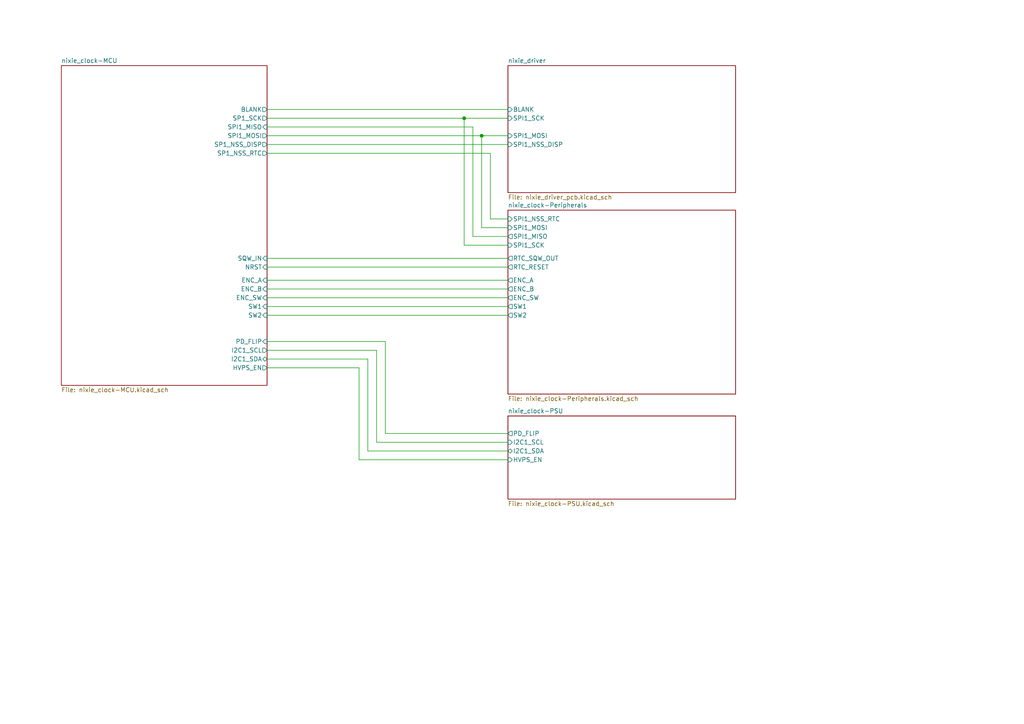
<source format=kicad_sch>
(kicad_sch (version 20230121) (generator eeschema)
  (paper "A4")
  (lib_symbols)
  (junction (at 134.62 34.29))
  (junction (at 139.7 39.37))
  (wire (pts (xy 147.32 128.27) (xy 109.22 128.27)))
  (wire (pts (xy 77.47 83.82) (xy 147.32 83.82)))
  (wire (pts (xy 77.47 74.93) (xy 147.32 74.93)))
  (wire (pts (xy 137.16 68.58) (xy 137.16 36.83)))
  (wire (pts (xy 142.24 44.45) (xy 142.24 63.5)))
  (wire (pts (xy 77.47 44.45) (xy 142.24 44.45)))
  (wire (pts (xy 77.47 104.14) (xy 106.68 104.14)))
  (wire (pts (xy 77.47 91.44) (xy 147.32 91.44)))
  (wire (pts (xy 139.7 66.04) (xy 139.7 39.37)))
  (wire (pts (xy 77.47 99.06) (xy 111.76 99.06)))
  (wire (pts (xy 109.22 101.6) (xy 77.47 101.6)))
  (wire (pts (xy 147.32 130.81) (xy 106.68 130.81)))
  (wire (pts (xy 134.62 71.12) (xy 134.62 34.29)))
  (wire (pts (xy 147.32 68.58) (xy 137.16 68.58)))
  (wire (pts (xy 77.47 86.36) (xy 147.32 86.36)))
  (wire (pts (xy 111.76 99.06) (xy 111.76 125.73)))
  (wire (pts (xy 77.47 106.68) (xy 104.14 106.68)))
  (wire (pts (xy 106.68 130.81) (xy 106.68 104.14)))
  (wire (pts (xy 147.32 71.12) (xy 134.62 71.12)))
  (wire (pts (xy 77.47 77.47) (xy 147.32 77.47)))
  (wire (pts (xy 139.7 39.37) (xy 147.32 39.37)))
  (wire (pts (xy 77.47 36.83) (xy 137.16 36.83)))
  (wire (pts (xy 147.32 66.04) (xy 139.7 66.04)))
  (wire (pts (xy 77.47 39.37) (xy 139.7 39.37)))
  (wire (pts (xy 104.14 133.35) (xy 147.32 133.35)))
  (wire (pts (xy 142.24 63.5) (xy 147.32 63.5)))
  (wire (pts (xy 104.14 106.68) (xy 104.14 133.35)))
  (wire (pts (xy 77.47 41.91) (xy 147.32 41.91)))
  (wire (pts (xy 77.47 88.9) (xy 147.32 88.9)))
  (wire (pts (xy 134.62 34.29) (xy 147.32 34.29)))
  (wire (pts (xy 109.22 128.27) (xy 109.22 101.6)))
  (wire (pts (xy 77.47 81.28) (xy 147.32 81.28)))
  (wire (pts (xy 111.76 125.73) (xy 147.32 125.73)))
  (wire (pts (xy 77.47 34.29) (xy 134.62 34.29)))
  (wire (pts (xy 77.47 31.75) (xy 147.32 31.75)))
  (sheet (at 17.78 19.05) (size 59.69 92.71) (stroke (width 0.1524))
    (property "Sheetname" "nixie_clock-MCU" (at 17.78 18.3384 0) (effects (justify left bottom)))
    (property "Sheetfile" "nixie_clock-MCU.kicad_sch" (at 17.78 112.3446 0) (effects (justify left top)))
    (pin "NRST" input (at 77.47 77.47 0))
    (pin "SP1_NSS_RTC" output (at 77.47 44.45 0))
    (pin "SP1_NSS_DISP" output (at 77.47 41.91 0))
    (pin "SQW_IN" input (at 77.47 74.93 0))
    (pin "SP1_SCK" output (at 77.47 34.29 0))
    (pin "SPI1_MOSI" output (at 77.47 39.37 0))
    (pin "I2C1_SCL" output (at 77.47 101.6 0))
    (pin "I2C1_SDA" bidirectional (at 77.47 104.14 0))
    (pin "PD_FLIP" input (at 77.47 99.06 0))
    (pin "HVPS_EN" output (at 77.47 106.68 0))
    (pin "SPI1_MISO" input (at 77.47 36.83 0))
    (pin "ENC_A" input (at 77.47 81.28 0))
    (pin "SW1" input (at 77.47 88.9 0))
    (pin "ENC_SW" input (at 77.47 86.36 0))
    (pin "ENC_B" input (at 77.47 83.82 0))
    (pin "SW2" input (at 77.47 91.44 0))
    (pin "BLANK" output (at 77.47 31.75 0))
  )
  (sheet (at 147.32 120.65) (size 66.04 24.13) (stroke (width 0.1524))
    (property "Sheetname" "nixie_clock-PSU" (at 147.32 119.9384 0) (effects (justify left bottom)))
    (property "Sheetfile" "nixie_clock-PSU.kicad_sch" (at 147.32 145.3646 0) (effects (justify left top)))
    (pin "PD_FLIP" output (at 147.32 125.73 180))
    (pin "HVPS_EN" input (at 147.32 133.35 180))
    (pin "I2C1_SCL" input (at 147.32 128.27 180))
    (pin "I2C1_SDA" bidirectional (at 147.32 130.81 180))
  )
  (sheet (at 147.32 60.96) (size 66.04 53.34) (stroke (width 0.1524))
    (property "Sheetname" "nixie_clock-Peripherals" (at 147.32 60.2484 0) (effects (justify left bottom)))
    (property "Sheetfile" "nixie_clock-Peripherals.kicad_sch" (at 147.32 114.8846 0) (effects (justify left top)))
    (pin "RTC_RESET" output (at 147.32 77.47 180))
    (pin "SPI1_NSS_RTC" input (at 147.32 63.5 180))
    (pin "RTC_SQW_OUT" output (at 147.32 74.93 180))
    (pin "SPI1_SCK" input (at 147.32 71.12 180))
    (pin "SPI1_MISO" output (at 147.32 68.58 180))
    (pin "SPI1_MOSI" input (at 147.32 66.04 180))
    (pin "ENC_B" output (at 147.32 83.82 180))
    (pin "SW2" output (at 147.32 91.44 180))
    (pin "ENC_SW" output (at 147.32 86.36 180))
    (pin "ENC_A" output (at 147.32 81.28 180))
    (pin "SW1" output (at 147.32 88.9 180))
  )
  (sheet (at 147.32 19.05) (size 66.04 36.83) (stroke (width 0.1524))
    (property "Sheetname" "nixie_driver" (at 147.32 18.3384 0) (effects (justify left bottom)))
    (property "Sheetfile" "nixie_driver_pcb.kicad_sch" (at 147.32 56.4646 0) (effects (justify left top)))
    (pin "BLANK" input (at 147.32 31.75 180))
    (pin "SPI1_MOSI" input (at 147.32 39.37 180))
    (pin "SPI1_NSS_DISP" input (at 147.32 41.91 180))
    (pin "SPI1_SCK" input (at 147.32 34.29 180))
  )
)
</source>
